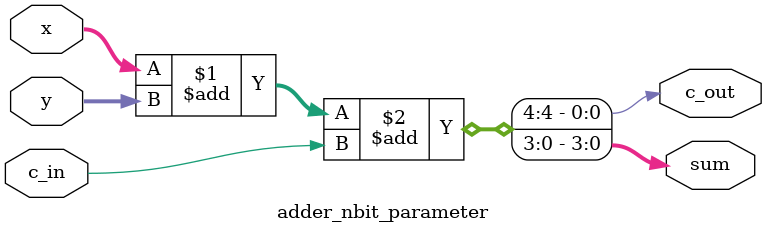
<source format=v>
module adder_nbit_parameter #(
    parameter N = 4  // set default value 
)(
    input  wire     [N-1:0]     x, 
    input  wire     [N-1:0]     y,
    input  wire                 c_in,
    
    output wire     [N-1:0]     sum,
    output wire                 c_out
);
   assign {c_out, sum} = x + y + c_in; 
endmodule

</source>
